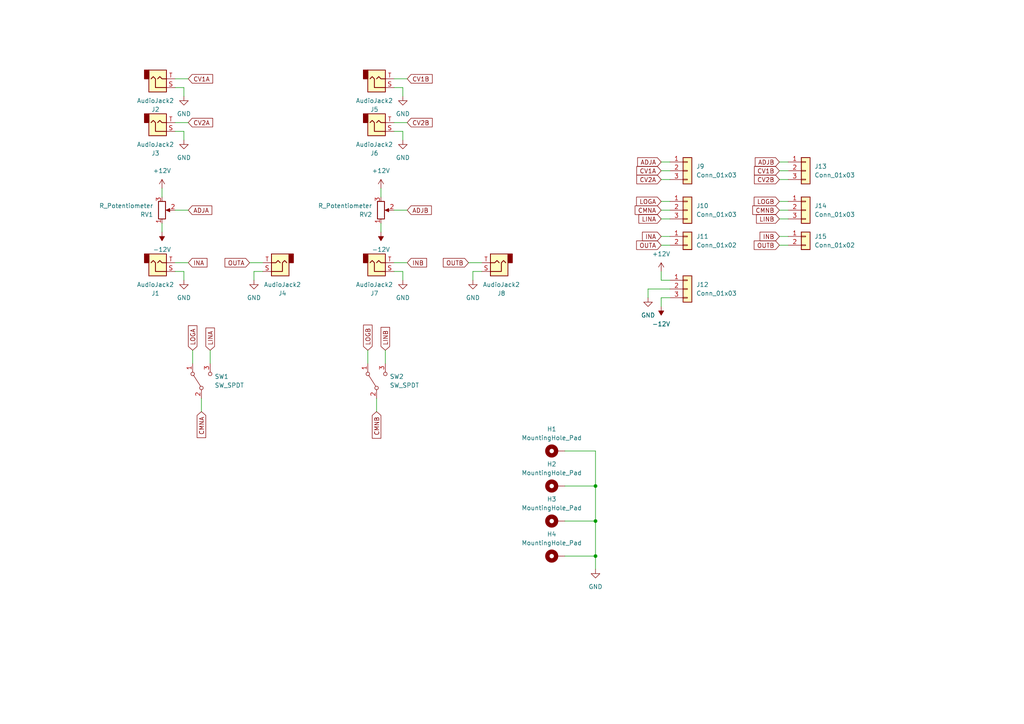
<source format=kicad_sch>
(kicad_sch (version 20230121) (generator eeschema)
  (paper "A4")
  (lib_symbols
    (symbol "Connector-github:AudioJack2"
      (property "Reference" "J" (at 0 8.89 0))
      (property "Value" "AudioJack2" (at 0 6.35 0))
      (symbol "AudioJack2_0_1"
        (rectangle (start -3.81 0) (end -2.54 -2.54) (stroke (width 0.254)) (fill (type outline)))
        (rectangle (start -2.54 3.81) (end 2.54 -2.54) (stroke (width 0.254)) (fill (type background)))
        (polyline (pts (xy 0 0) (xy 0.635 -0.635) (xy 1.27 0) (xy 2.54 0)) (stroke (width 0.254)))
        (polyline (pts (xy 2.54 2.54) (xy -0.635 2.54) (xy -0.635 0) (xy -1.27 -0.635) (xy -1.905 0)) (stroke (width 0.254)))
      )
      (symbol "AudioJack2_1_1"
        (pin passive line (at 5.08 2.54 180) (length 2.54) (name "~") (number "S"))
        (pin passive line (at 5.08 0 180) (length 2.54) (name "~") (number "T"))
      )
    )
    (symbol "Connector_Generic:Conn_01x02" (pin_names (offset 1.016) hide)
      (property "Reference" "J" (at 0 2.54 0))
      (property "Value" "Conn_01x02" (at 0 -5.08 0))
      (symbol "Conn_01x02_1_1"
        (rectangle (start -1.27 -2.413) (end 0 -2.667) (stroke (width 0.1524)))
        (rectangle (start -1.27 0.127) (end 0 -0.127) (stroke (width 0.1524)))
        (rectangle (start -1.27 1.27) (end 1.27 -3.81) (stroke (width 0.254)) (fill (type background)))
        (pin passive line (at -5.08 0 0) (length 3.81) (name "Pin_1") (number "1"))
        (pin passive line (at -5.08 -2.54 0) (length 3.81) (name "Pin_2") (number "2"))
      )
    )
    (symbol "Connector_Generic:Conn_01x03" (pin_names (offset 1.016) hide)
      (property "Reference" "J" (at 0 5.08 0))
      (property "Value" "Conn_01x03" (at 0 -5.08 0))
      (symbol "Conn_01x03_1_1"
        (rectangle (start -1.27 -2.413) (end 0 -2.667) (stroke (width 0.1524)))
        (rectangle (start -1.27 0.127) (end 0 -0.127) (stroke (width 0.1524)))
        (rectangle (start -1.27 2.667) (end 0 2.413) (stroke (width 0.1524)))
        (rectangle (start -1.27 3.81) (end 1.27 -3.81) (stroke (width 0.254)) (fill (type background)))
        (pin passive line (at -5.08 2.54 0) (length 3.81) (name "Pin_1") (number "1"))
        (pin passive line (at -5.08 0 0) (length 3.81) (name "Pin_2") (number "2"))
        (pin passive line (at -5.08 -2.54 0) (length 3.81) (name "Pin_3") (number "3"))
      )
    )
    (symbol "Device:R_Potentiometer" (pin_names (offset 1.016) hide)
      (property "Reference" "RV" (at -4.445 0 90))
      (property "Value" "R_Potentiometer" (at -2.54 0 90))
      (symbol "R_Potentiometer_0_1"
        (polyline (pts (xy 2.54 0) (xy 1.524 0)))
        (polyline (pts (xy 1.143 0) (xy 2.286 0.508) (xy 2.286 -0.508) (xy 1.143 0)) (fill (type outline)))
        (rectangle (start 1.016 2.54) (end -1.016 -2.54) (stroke (width 0.254)))
      )
      (symbol "R_Potentiometer_1_1"
        (pin passive line (at 0 3.81 270) (length 1.27) (name "1") (number "1"))
        (pin passive line (at 3.81 0 180) (length 1.27) (name "2") (number "2"))
        (pin passive line (at 0 -3.81 90) (length 1.27) (name "3") (number "3"))
      )
    )
    (symbol "Mechanical:MountingHole_Pad" (pin_numbers hide) (pin_names (offset 1.016) hide)
      (property "Reference" "H" (at 0 6.35 0))
      (property "Value" "MountingHole_Pad" (at 0 4.445 0))
      (symbol "MountingHole_Pad_0_1"
        (circle (center 0 1.27) (radius 1.27) (stroke (width 1.27)))
      )
      (symbol "MountingHole_Pad_1_1"
        (pin input line (at 0 -2.54 90) (length 2.54) (name "1") (number "1"))
      )
    )
    (symbol "Switch:SW_SPDT" (pin_names (offset 0) hide)
      (property "Reference" "SW" (at 0 4.318 0))
      (property "Value" "SW_SPDT" (at 0 -5.08 0))
      (symbol "SW_SPDT_0_0"
        (circle (center -2.032 0) (radius 0.508))
        (circle (center 2.032 -2.54) (radius 0.508))
      )
      (symbol "SW_SPDT_0_1"
        (polyline (pts (xy -1.524 0.254) (xy 1.651 2.286)))
        (circle (center 2.032 2.54) (radius 0.508))
      )
      (symbol "SW_SPDT_1_1"
        (pin passive line (at 5.08 2.54 180) (length 2.54) (name "A") (number "1"))
        (pin passive line (at -5.08 0 0) (length 2.54) (name "B") (number "2"))
        (pin passive line (at 5.08 -2.54 180) (length 2.54) (name "C") (number "3"))
      )
    )
    (symbol "power:+12V" (power) (pin_names (offset 0))
      (property "Value" "+12V" (at 0 3.556 0))
      (symbol "+12V_0_1"
        (polyline (pts (xy -0.762 1.27) (xy 0 2.54)))
        (polyline (pts (xy 0 0) (xy 0 2.54)))
        (polyline (pts (xy 0 2.54) (xy 0.762 1.27)))
      )
      (symbol "+12V_1_1"
        (pin power_in line (at 0 0 90) (length 0) hide (name "+12V") (number "1"))
      )
    )
    (symbol "power:-12V" (power) (pin_names (offset 0))
      (property "Value" "-12V" (at 0 3.81 0))
      (symbol "-12V_0_0"
        (pin power_in line (at 0 0 90) (length 0) hide (name "-12V") (number "1"))
      )
      (symbol "-12V_0_1"
        (polyline (pts (xy 0 0) (xy 0 1.27) (xy 0.762 1.27) (xy 0 2.54) (xy -0.762 1.27) (xy 0 1.27)) (fill (type outline)))
      )
    )
    (symbol "power:GND" (power) (pin_names (offset 0))
      (property "Value" "GND" (at 0 -3.81 0))
      (symbol "GND_0_1"
        (polyline (pts (xy 0 0) (xy 0 -1.27) (xy 1.27 -1.27) (xy 0 -2.54) (xy -1.27 -1.27) (xy 0 -1.27)))
      )
      (symbol "GND_1_1"
        (pin power_in line (at 0 0 270) (length 0) hide (name "GND") (number "1"))
      )
    )
  )
  (junction (at 172.72 161.29))
  (junction (at 172.72 140.97))
  (junction (at 172.72 151.13))
  (wire (pts (xy 226.06 58.42) (xy 228.6 58.42)))
  (wire (pts (xy 163.83 130.81) (xy 172.72 130.81)))
  (wire (pts (xy 46.99 64.77) (xy 46.99 67.31)))
  (wire (pts (xy 53.34 40.64) (xy 53.34 38.1)))
  (wire (pts (xy 226.06 71.12) (xy 228.6 71.12)))
  (wire (pts (xy 172.72 140.97) (xy 172.72 151.13)))
  (wire (pts (xy 191.77 52.07) (xy 194.31 52.07)))
  (wire (pts (xy 191.77 71.12) (xy 194.31 71.12)))
  (wire (pts (xy 191.77 49.53) (xy 194.31 49.53)))
  (wire (pts (xy 139.7 78.74) (xy 137.16 78.74)))
  (wire (pts (xy 50.8 35.56) (xy 54.61 35.56)))
  (wire (pts (xy 116.84 38.1) (xy 114.3 38.1)))
  (wire (pts (xy 109.22 115.57) (xy 109.22 119.38)))
  (wire (pts (xy 191.77 46.99) (xy 194.31 46.99)))
  (wire (pts (xy 50.8 76.2) (xy 54.61 76.2)))
  (wire (pts (xy 50.8 25.4) (xy 53.34 25.4)))
  (wire (pts (xy 50.8 78.74) (xy 53.34 78.74)))
  (wire (pts (xy 163.83 151.13) (xy 172.72 151.13)))
  (wire (pts (xy 72.39 76.2) (xy 76.2 76.2)))
  (wire (pts (xy 114.3 35.56) (xy 118.11 35.56)))
  (wire (pts (xy 58.42 115.57) (xy 58.42 119.38)))
  (wire (pts (xy 116.84 25.4) (xy 116.84 27.94)))
  (wire (pts (xy 53.34 38.1) (xy 50.8 38.1)))
  (wire (pts (xy 135.89 76.2) (xy 139.7 76.2)))
  (wire (pts (xy 50.8 22.86) (xy 54.61 22.86)))
  (wire (pts (xy 53.34 25.4) (xy 53.34 27.94)))
  (wire (pts (xy 226.06 68.58) (xy 228.6 68.58)))
  (wire (pts (xy 50.8 60.96) (xy 54.61 60.96)))
  (wire (pts (xy 60.96 101.6) (xy 60.96 105.41)))
  (wire (pts (xy 53.34 78.74) (xy 53.34 81.28)))
  (wire (pts (xy 106.68 101.6) (xy 106.68 105.41)))
  (wire (pts (xy 191.77 58.42) (xy 194.31 58.42)))
  (wire (pts (xy 116.84 40.64) (xy 116.84 38.1)))
  (wire (pts (xy 191.77 60.96) (xy 194.31 60.96)))
  (wire (pts (xy 55.88 101.6) (xy 55.88 105.41)))
  (wire (pts (xy 194.31 83.82) (xy 187.96 83.82)))
  (wire (pts (xy 137.16 78.74) (xy 137.16 81.28)))
  (wire (pts (xy 226.06 52.07) (xy 228.6 52.07)))
  (wire (pts (xy 114.3 76.2) (xy 118.11 76.2)))
  (wire (pts (xy 114.3 78.74) (xy 116.84 78.74)))
  (wire (pts (xy 191.77 86.36) (xy 191.77 88.9)))
  (wire (pts (xy 191.77 63.5) (xy 194.31 63.5)))
  (wire (pts (xy 226.06 46.99) (xy 228.6 46.99)))
  (wire (pts (xy 194.31 86.36) (xy 191.77 86.36)))
  (wire (pts (xy 191.77 81.28) (xy 191.77 78.74)))
  (wire (pts (xy 163.83 161.29) (xy 172.72 161.29)))
  (wire (pts (xy 110.49 54.61) (xy 110.49 57.15)))
  (wire (pts (xy 114.3 60.96) (xy 118.11 60.96)))
  (wire (pts (xy 226.06 60.96) (xy 228.6 60.96)))
  (wire (pts (xy 226.06 63.5) (xy 228.6 63.5)))
  (wire (pts (xy 111.76 101.6) (xy 111.76 105.41)))
  (wire (pts (xy 116.84 78.74) (xy 116.84 81.28)))
  (wire (pts (xy 194.31 81.28) (xy 191.77 81.28)))
  (wire (pts (xy 110.49 64.77) (xy 110.49 67.31)))
  (wire (pts (xy 114.3 25.4) (xy 116.84 25.4)))
  (wire (pts (xy 172.72 151.13) (xy 172.72 161.29)))
  (wire (pts (xy 172.72 130.81) (xy 172.72 140.97)))
  (wire (pts (xy 76.2 78.74) (xy 73.66 78.74)))
  (wire (pts (xy 226.06 49.53) (xy 228.6 49.53)))
  (wire (pts (xy 163.83 140.97) (xy 172.72 140.97)))
  (wire (pts (xy 187.96 83.82) (xy 187.96 86.36)))
  (wire (pts (xy 46.99 54.61) (xy 46.99 57.15)))
  (wire (pts (xy 172.72 161.29) (xy 172.72 165.1)))
  (wire (pts (xy 191.77 68.58) (xy 194.31 68.58)))
  (wire (pts (xy 114.3 22.86) (xy 118.11 22.86)))
  (wire (pts (xy 73.66 78.74) (xy 73.66 81.28)))
  (global_label "CV1A" (shape input) (at 54.61 22.86 0) (property "Intersheetrefs" "${INTERSHEET_REFS}" (effects hide)))
  (global_label "OUTB" (shape input) (at 226.06 71.12 180) (property "Intersheetrefs" "${INTERSHEET_REFS}" (effects hide)))
  (global_label "CV2A" (shape input) (at 54.61 35.56 0) (property "Intersheetrefs" "${INTERSHEET_REFS}" (effects hide)))
  (global_label "ADJA" (shape input) (at 191.77 46.99 180) (property "Intersheetrefs" "${INTERSHEET_REFS}" (effects hide)))
  (global_label "INB" (shape input) (at 118.11 76.2 0) (property "Intersheetrefs" "${INTERSHEET_REFS}" (effects hide)))
  (global_label "LOGA" (shape input) (at 191.77 58.42 180) (property "Intersheetrefs" "${INTERSHEET_REFS}" (effects hide)))
  (global_label "CV2B" (shape input) (at 226.06 52.07 180) (property "Intersheetrefs" "${INTERSHEET_REFS}" (effects hide)))
  (global_label "CV1B" (shape input) (at 118.11 22.86 0) (property "Intersheetrefs" "${INTERSHEET_REFS}" (effects hide)))
  (global_label "CMNA" (shape input) (at 191.77 60.96 180) (property "Intersheetrefs" "${INTERSHEET_REFS}" (effects hide)))
  (global_label "ADJB" (shape input) (at 226.06 46.99 180) (property "Intersheetrefs" "${INTERSHEET_REFS}" (effects hide)))
  (global_label "CV2B" (shape input) (at 118.11 35.56 0) (property "Intersheetrefs" "${INTERSHEET_REFS}" (effects hide)))
  (global_label "ADJA" (shape input) (at 54.61 60.96 0) (property "Intersheetrefs" "${INTERSHEET_REFS}" (effects hide)))
  (global_label "INB" (shape input) (at 226.06 68.58 180) (property "Intersheetrefs" "${INTERSHEET_REFS}" (effects hide)))
  (global_label "CV1B" (shape input) (at 226.06 49.53 180) (property "Intersheetrefs" "${INTERSHEET_REFS}" (effects hide)))
  (global_label "ADJB" (shape input) (at 118.11 60.96 0) (property "Intersheetrefs" "${INTERSHEET_REFS}" (effects hide)))
  (global_label "CMNB" (shape input) (at 109.22 119.38 270) (property "Intersheetrefs" "${INTERSHEET_REFS}" (effects hide)))
  (global_label "INA" (shape input) (at 191.77 68.58 180) (property "Intersheetrefs" "${INTERSHEET_REFS}" (effects hide)))
  (global_label "CMNA" (shape input) (at 58.42 119.38 270) (property "Intersheetrefs" "${INTERSHEET_REFS}" (effects hide)))
  (global_label "OUTA" (shape input) (at 72.39 76.2 180) (property "Intersheetrefs" "${INTERSHEET_REFS}" (effects hide)))
  (global_label "LINA" (shape input) (at 191.77 63.5 180) (property "Intersheetrefs" "${INTERSHEET_REFS}" (effects hide)))
  (global_label "LOGB" (shape input) (at 106.68 101.6 90) (property "Intersheetrefs" "${INTERSHEET_REFS}" (effects hide)))
  (global_label "CV2A" (shape input) (at 191.77 52.07 180) (property "Intersheetrefs" "${INTERSHEET_REFS}" (effects hide)))
  (global_label "OUTB" (shape input) (at 135.89 76.2 180) (property "Intersheetrefs" "${INTERSHEET_REFS}" (effects hide)))
  (global_label "CMNB" (shape input) (at 226.06 60.96 180) (property "Intersheetrefs" "${INTERSHEET_REFS}" (effects hide)))
  (global_label "LOGB" (shape input) (at 226.06 58.42 180) (property "Intersheetrefs" "${INTERSHEET_REFS}" (effects hide)))
  (global_label "OUTA" (shape input) (at 191.77 71.12 180) (property "Intersheetrefs" "${INTERSHEET_REFS}" (effects hide)))
  (global_label "LINB" (shape input) (at 111.76 101.6 90) (property "Intersheetrefs" "${INTERSHEET_REFS}" (effects hide)))
  (global_label "LOGA" (shape input) (at 55.88 101.6 90) (property "Intersheetrefs" "${INTERSHEET_REFS}" (effects hide)))
  (global_label "CV1A" (shape input) (at 191.77 49.53 180) (property "Intersheetrefs" "${INTERSHEET_REFS}" (effects hide)))
  (global_label "LINB" (shape input) (at 226.06 63.5 180) (property "Intersheetrefs" "${INTERSHEET_REFS}" (effects hide)))
  (global_label "LINA" (shape input) (at 60.96 101.6 90) (property "Intersheetrefs" "${INTERSHEET_REFS}" (effects hide)))
  (global_label "INA" (shape input) (at 54.61 76.2 0) (property "Intersheetrefs" "${INTERSHEET_REFS}" (effects hide)))
  (symbol (lib_id "Connector_Generic:Conn_01x02") (at 233.68 68.58 0) (unit 1)
    (property "Reference" "J15" (at 236.22 68.58 0) (effects (justify left)))
    (property "Value" "Conn_01x02" (at 236.22 71.12 0) (effects (justify left)))
    (property "Footprint" "Connector_PinHeader_2.54mm:PinHeader_1x02_P2.54mm_Vertical" (effects hide))
  )
  (symbol (lib_id "Connector-github:AudioJack2") (at 144.78 76.2 180) (unit 1)
    (property "Reference" "J8" (at 145.415 85.09 0))
    (property "Value" "AudioJack2" (at 145.415 82.55 0))
    (property "Footprint" "Library:Jack_3.5mm_QingPu_WQP-PJ398SM_Vertical_CircularHoles" (effects hide))
  )
  (symbol (lib_id "Connector-github:AudioJack2") (at 109.22 22.86 0) (mirror x) (unit 1)
    (property "Reference" "J5" (at 108.585 31.75 0))
    (property "Value" "AudioJack2" (at 108.585 29.21 0))
    (property "Footprint" "Library:Jack_3.5mm_QingPu_WQP-PJ398SM_Vertical_CircularHoles" (effects hide))
  )
  (symbol (lib_id "Switch:SW_SPDT") (at 109.22 110.49 90) (unit 1)
    (property "Reference" "SW2" (at 113.03 109.22 90) (effects (justify right)))
    (property "Value" "SW_SPDT" (at 113.03 111.76 90) (effects (justify right)))
    (property "Footprint" "benjiaomodular:ToggleSwitch_MTS-102_SPDT" (effects hide))
  )
  (symbol (lib_id "Connector-github:AudioJack2") (at 109.22 76.2 0) (mirror x) (unit 1)
    (property "Reference" "J7" (at 108.585 85.09 0))
    (property "Value" "AudioJack2" (at 108.585 82.55 0))
    (property "Footprint" "Library:Jack_3.5mm_QingPu_WQP-PJ398SM_Vertical_CircularHoles" (effects hide))
  )
  (symbol (lib_id "power:-12V") (at 110.49 67.31 180) (unit 1)
    (property "Reference" "#PWR08" (effects hide))
    (property "Value" "-12V" (at 110.49 72.39 0))
  )
  (symbol (lib_id "Connector_Generic:Conn_01x03") (at 233.68 60.96 0) (unit 1)
    (property "Reference" "J14" (at 236.22 59.69 0) (effects (justify left)))
    (property "Value" "Conn_01x03" (at 236.22 62.23 0) (effects (justify left)))
    (property "Footprint" "Connector_PinHeader_2.54mm:PinHeader_1x03_P2.54mm_Vertical" (effects hide))
  )
  (symbol (lib_id "power:-12V") (at 46.99 67.31 180) (unit 1)
    (property "Reference" "#PWR02" (effects hide))
    (property "Value" "-12V" (at 46.99 72.39 0))
  )
  (symbol (lib_id "Mechanical:MountingHole_Pad") (at 161.29 161.29 90) (unit 1)
    (property "Reference" "H4" (at 160.02 154.94 90))
    (property "Value" "MountingHole_Pad" (at 160.02 157.48 90))
    (property "Footprint" "MountingHole:MountingHole_3.2mm_M3_DIN965_Pad" (effects hide))
  )
  (symbol (lib_id "Connector_Generic:Conn_01x03") (at 233.68 49.53 0) (unit 1)
    (property "Reference" "J13" (at 236.22 48.26 0) (effects (justify left)))
    (property "Value" "Conn_01x03" (at 236.22 50.8 0) (effects (justify left)))
    (property "Footprint" "Connector_PinHeader_2.54mm:PinHeader_1x03_P2.54mm_Vertical" (effects hide))
  )
  (symbol (lib_id "Connector-github:AudioJack2") (at 81.28 76.2 180) (unit 1)
    (property "Reference" "J4" (at 81.915 85.09 0))
    (property "Value" "AudioJack2" (at 81.915 82.55 0))
    (property "Footprint" "Library:Jack_3.5mm_QingPu_WQP-PJ398SM_Vertical_CircularHoles" (effects hide))
  )
  (symbol (lib_id "Connector-github:AudioJack2") (at 45.72 22.86 0) (mirror x) (unit 1)
    (property "Reference" "J2" (at 45.085 31.75 0))
    (property "Value" "AudioJack2" (at 45.085 29.21 0))
    (property "Footprint" "Library:Jack_3.5mm_QingPu_WQP-PJ398SM_Vertical_CircularHoles" (effects hide))
  )
  (symbol (lib_id "Connector-github:AudioJack2") (at 109.22 35.56 0) (mirror x) (unit 1)
    (property "Reference" "J6" (at 108.585 44.45 0))
    (property "Value" "AudioJack2" (at 108.585 41.91 0))
    (property "Footprint" "Library:Jack_3.5mm_QingPu_WQP-PJ398SM_Vertical_CircularHoles" (effects hide))
  )
  (symbol (lib_id "power:+12V") (at 110.49 54.61 0) (unit 1)
    (property "Reference" "#PWR07" (effects hide))
    (property "Value" "+12V" (at 110.49 49.53 0))
  )
  (symbol (lib_id "power:GND") (at 73.66 81.28 0) (unit 1)
    (property "Reference" "#PWR06" (effects hide))
    (property "Value" "GND" (at 73.66 86.36 0))
  )
  (symbol (lib_id "Mechanical:MountingHole_Pad") (at 161.29 140.97 90) (unit 1)
    (property "Reference" "H2" (at 160.02 134.62 90))
    (property "Value" "MountingHole_Pad" (at 160.02 137.16 90))
    (property "Footprint" "MountingHole:MountingHole_3.2mm_M3_DIN965_Pad" (effects hide))
  )
  (symbol (lib_id "power:-12V") (at 191.77 88.9 180) (unit 1)
    (property "Reference" "#PWR015" (effects hide))
    (property "Value" "-12V" (at 191.77 93.98 0))
  )
  (symbol (lib_id "Connector_Generic:Conn_01x03") (at 199.39 60.96 0) (unit 1)
    (property "Reference" "J10" (at 201.93 59.69 0) (effects (justify left)))
    (property "Value" "Conn_01x03" (at 201.93 62.23 0) (effects (justify left)))
    (property "Footprint" "Connector_PinHeader_2.54mm:PinHeader_1x03_P2.54mm_Vertical" (effects hide))
  )
  (symbol (lib_id "power:GND") (at 172.72 165.1 0) (unit 1)
    (property "Reference" "#PWR016" (effects hide))
    (property "Value" "GND" (at 172.72 170.18 0))
  )
  (symbol (lib_id "Connector-github:AudioJack2") (at 45.72 35.56 0) (mirror x) (unit 1)
    (property "Reference" "J3" (at 45.085 44.45 0))
    (property "Value" "AudioJack2" (at 45.085 41.91 0))
    (property "Footprint" "Library:Jack_3.5mm_QingPu_WQP-PJ398SM_Vertical_CircularHoles" (effects hide))
  )
  (symbol (lib_id "Device:R_Potentiometer") (at 46.99 60.96 0) (mirror x) (unit 1)
    (property "Reference" "RV1" (at 44.45 62.23 0) (effects (justify right)))
    (property "Value" "R_Potentiometer" (at 44.45 59.69 0) (effects (justify right)))
    (property "Footprint" "Library:Potentiometer_Bourns_PTV09A-1_Single_Vertical" (effects hide))
  )
  (symbol (lib_id "power:GND") (at 53.34 40.64 0) (unit 1)
    (property "Reference" "#PWR05" (effects hide))
    (property "Value" "GND" (at 53.34 45.72 0))
  )
  (symbol (lib_id "Connector_Generic:Conn_01x03") (at 199.39 83.82 0) (unit 1)
    (property "Reference" "J12" (at 201.93 82.55 0) (effects (justify left)))
    (property "Value" "Conn_01x03" (at 201.93 85.09 0) (effects (justify left)))
    (property "Footprint" "Connector_PinHeader_2.54mm:PinHeader_1x03_P2.54mm_Vertical" (effects hide))
  )
  (symbol (lib_id "Connector_Generic:Conn_01x02") (at 199.39 68.58 0) (unit 1)
    (property "Reference" "J11" (at 201.93 68.58 0) (effects (justify left)))
    (property "Value" "Conn_01x02" (at 201.93 71.12 0) (effects (justify left)))
    (property "Footprint" "Connector_PinHeader_2.54mm:PinHeader_1x02_P2.54mm_Vertical" (effects hide))
  )
  (symbol (lib_id "Mechanical:MountingHole_Pad") (at 161.29 151.13 90) (unit 1)
    (property "Reference" "H3" (at 160.02 144.78 90))
    (property "Value" "MountingHole_Pad" (at 160.02 147.32 90))
    (property "Footprint" "MountingHole:MountingHole_3.2mm_M3_DIN965_Pad" (effects hide))
  )
  (symbol (lib_id "power:GND") (at 116.84 81.28 0) (unit 1)
    (property "Reference" "#PWR011" (effects hide))
    (property "Value" "GND" (at 116.84 86.36 0))
  )
  (symbol (lib_id "power:GND") (at 137.16 81.28 0) (unit 1)
    (property "Reference" "#PWR012" (effects hide))
    (property "Value" "GND" (at 137.16 86.36 0))
  )
  (symbol (lib_id "power:GND") (at 116.84 27.94 0) (unit 1)
    (property "Reference" "#PWR09" (effects hide))
    (property "Value" "GND" (at 116.84 33.02 0))
  )
  (symbol (lib_id "Connector_Generic:Conn_01x03") (at 199.39 49.53 0) (unit 1)
    (property "Reference" "J9" (at 201.93 48.26 0) (effects (justify left)))
    (property "Value" "Conn_01x03" (at 201.93 50.8 0) (effects (justify left)))
    (property "Footprint" "Connector_PinHeader_2.54mm:PinHeader_1x03_P2.54mm_Vertical" (effects hide))
  )
  (symbol (lib_id "Connector-github:AudioJack2") (at 45.72 76.2 0) (mirror x) (unit 1)
    (property "Reference" "J1" (at 45.085 85.09 0))
    (property "Value" "AudioJack2" (at 45.085 82.55 0))
    (property "Footprint" "Library:Jack_3.5mm_QingPu_WQP-PJ398SM_Vertical_CircularHoles" (effects hide))
  )
  (symbol (lib_id "power:GND") (at 53.34 81.28 0) (unit 1)
    (property "Reference" "#PWR03" (effects hide))
    (property "Value" "GND" (at 53.34 86.36 0))
  )
  (symbol (lib_id "power:+12V") (at 46.99 54.61 0) (unit 1)
    (property "Reference" "#PWR01" (effects hide))
    (property "Value" "+12V" (at 46.99 49.53 0))
  )
  (symbol (lib_id "Mechanical:MountingHole_Pad") (at 161.29 130.81 90) (unit 1)
    (property "Reference" "H1" (at 160.02 124.46 90))
    (property "Value" "MountingHole_Pad" (at 160.02 127 90))
    (property "Footprint" "MountingHole:MountingHole_3.2mm_M3_DIN965_Pad" (effects hide))
  )
  (symbol (lib_id "power:+12V") (at 191.77 78.74 0) (unit 1)
    (property "Reference" "#PWR014" (effects hide))
    (property "Value" "+12V" (at 191.77 73.66 0))
  )
  (symbol (lib_id "power:GND") (at 116.84 40.64 0) (unit 1)
    (property "Reference" "#PWR010" (effects hide))
    (property "Value" "GND" (at 116.84 45.72 0))
  )
  (symbol (lib_id "power:GND") (at 187.96 86.36 0) (unit 1)
    (property "Reference" "#PWR013" (effects hide))
    (property "Value" "GND" (at 187.96 91.44 0))
  )
  (symbol (lib_id "Device:R_Potentiometer") (at 110.49 60.96 0) (mirror x) (unit 1)
    (property "Reference" "RV2" (at 107.95 62.23 0) (effects (justify right)))
    (property "Value" "R_Potentiometer" (at 107.95 59.69 0) (effects (justify right)))
    (property "Footprint" "Library:Potentiometer_Bourns_PTV09A-1_Single_Vertical" (effects hide))
  )
  (symbol (lib_id "Switch:SW_SPDT") (at 58.42 110.49 90) (unit 1)
    (property "Reference" "SW1" (at 62.23 109.22 90) (effects (justify right)))
    (property "Value" "SW_SPDT" (at 62.23 111.76 90) (effects (justify right)))
    (property "Footprint" "benjiaomodular:ToggleSwitch_MTS-102_SPDT" (effects hide))
  )
  (symbol (lib_id "power:GND") (at 53.34 27.94 0) (unit 1)
    (property "Reference" "#PWR04" (effects hide))
    (property "Value" "GND" (at 53.34 33.02 0))
  )
)
</source>
